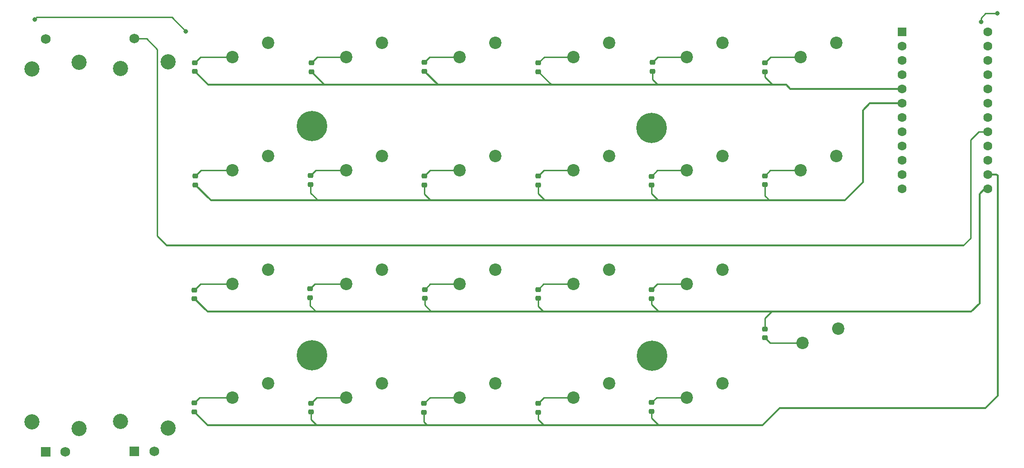
<source format=gbr>
%TF.GenerationSoftware,KiCad,Pcbnew,(7.0.0)*%
%TF.CreationDate,2024-11-11T13:13:16+03:00*%
%TF.ProjectId,04. Keyboard 6x4 Matrix,30342e20-4b65-4796-926f-617264203678,rev?*%
%TF.SameCoordinates,PX24bd848PY898b2e8*%
%TF.FileFunction,Copper,L2,Bot*%
%TF.FilePolarity,Positive*%
%FSLAX46Y46*%
G04 Gerber Fmt 4.6, Leading zero omitted, Abs format (unit mm)*
G04 Created by KiCad (PCBNEW (7.0.0)) date 2024-11-11 13:13:16*
%MOMM*%
%LPD*%
G01*
G04 APERTURE LIST*
G04 Aperture macros list*
%AMRoundRect*
0 Rectangle with rounded corners*
0 $1 Rounding radius*
0 $2 $3 $4 $5 $6 $7 $8 $9 X,Y pos of 4 corners*
0 Add a 4 corners polygon primitive as box body*
4,1,4,$2,$3,$4,$5,$6,$7,$8,$9,$2,$3,0*
0 Add four circle primitives for the rounded corners*
1,1,$1+$1,$2,$3*
1,1,$1+$1,$4,$5*
1,1,$1+$1,$6,$7*
1,1,$1+$1,$8,$9*
0 Add four rect primitives between the rounded corners*
20,1,$1+$1,$2,$3,$4,$5,0*
20,1,$1+$1,$4,$5,$6,$7,0*
20,1,$1+$1,$6,$7,$8,$9,0*
20,1,$1+$1,$8,$9,$2,$3,0*%
G04 Aperture macros list end*
%TA.AperFunction,ComponentPad*%
%ADD10C,2.200000*%
%TD*%
%TA.AperFunction,ComponentPad*%
%ADD11R,1.600000X1.600000*%
%TD*%
%TA.AperFunction,ComponentPad*%
%ADD12C,1.600000*%
%TD*%
%TA.AperFunction,ComponentPad*%
%ADD13C,0.800000*%
%TD*%
%TA.AperFunction,ComponentPad*%
%ADD14C,5.400000*%
%TD*%
%TA.AperFunction,ComponentPad*%
%ADD15R,1.750000X1.750000*%
%TD*%
%TA.AperFunction,ComponentPad*%
%ADD16C,1.750000*%
%TD*%
%TA.AperFunction,ComponentPad*%
%ADD17C,2.700000*%
%TD*%
%TA.AperFunction,SMDPad,CuDef*%
%ADD18RoundRect,0.218750X0.256250X-0.218750X0.256250X0.218750X-0.256250X0.218750X-0.256250X-0.218750X0*%
%TD*%
%TA.AperFunction,SMDPad,CuDef*%
%ADD19RoundRect,0.218750X-0.256250X0.218750X-0.256250X-0.218750X0.256250X-0.218750X0.256250X0.218750X0*%
%TD*%
%TA.AperFunction,ViaPad*%
%ADD20C,0.800000*%
%TD*%
%TA.AperFunction,Conductor*%
%ADD21C,0.250000*%
%TD*%
%TA.AperFunction,Conductor*%
%ADD22C,0.300000*%
%TD*%
G04 APERTURE END LIST*
D10*
%TO.P,SW17,1,1*%
%TO.N,COL5*%
X128535000Y75955000D03*
%TO.P,SW17,2,2*%
%TO.N,Net-(D9-A)*%
X122185000Y73415000D03*
%TD*%
%TO.P,SW14,1,1*%
%TO.N,COL4*%
X108335000Y55755000D03*
%TO.P,SW14,2,2*%
%TO.N,Net-(D7-A)*%
X101985000Y53215000D03*
%TD*%
D11*
%TO.P,U4,1,TX*%
%TO.N,RXD0*%
X160429999Y77874999D03*
D12*
%TO.P,U4,2,RX*%
%TO.N,TXD0*%
X160430000Y75335000D03*
%TO.P,U4,3,GND*%
%TO.N,GND*%
X160430000Y72795000D03*
%TO.P,U4,4,GND*%
X160430000Y70255000D03*
%TO.P,U4,5,SDA*%
%TO.N,ROW1*%
X160430000Y67715000D03*
%TO.P,U4,6,SCL*%
%TO.N,ROW2*%
X160430000Y65175000D03*
%TO.P,U4,7,D4*%
%TO.N,COL1*%
X160430000Y62635000D03*
%TO.P,U4,8,C6*%
%TO.N,COL2*%
X160430000Y60095000D03*
%TO.P,U4,9,D7*%
%TO.N,COL3*%
X160430000Y57555000D03*
%TO.P,U4,10,E6*%
%TO.N,COL4*%
X160430000Y55015000D03*
%TO.P,U4,11,B4*%
%TO.N,COL5*%
X160430000Y52475000D03*
%TO.P,U4,12,B5*%
%TO.N,COL6*%
X160430000Y49935000D03*
%TO.P,U4,13,B6*%
%TO.N,ROW3*%
X175670000Y49935000D03*
%TO.P,U4,14,B2*%
%TO.N,ROW4*%
X175670000Y52475000D03*
%TO.P,U4,15,B3*%
%TO.N,unconnected-(U4-B3-Pad15)*%
X175670000Y55015000D03*
%TO.P,U4,16,B1*%
%TO.N,unconnected-(U4-B1-Pad16)*%
X175670000Y57555000D03*
%TO.P,U4,17,F7*%
%TO.N,A0PT1*%
X175670000Y60095000D03*
%TO.P,U4,18,F6*%
%TO.N,A1PT2*%
X175670000Y62635000D03*
%TO.P,U4,19,F5*%
%TO.N,unconnected-(U4-F5-Pad19)*%
X175670000Y65175000D03*
%TO.P,U4,20,F4*%
%TO.N,unconnected-(U4-F4-Pad20)*%
X175670000Y67715000D03*
%TO.P,U4,21,VCC*%
%TO.N,5V*%
X175670000Y70255000D03*
%TO.P,U4,22,RST*%
%TO.N,unconnected-(U4-RST-Pad22)*%
X175670000Y72795000D03*
%TO.P,U4,23,GND*%
%TO.N,GND*%
X175670000Y75335000D03*
%TO.P,U4,24,RAW*%
%TO.N,unconnected-(U4-RAW-Pad24)*%
X175670000Y77875000D03*
%TD*%
D10*
%TO.P,SW12,1,1*%
%TO.N,COL3*%
X88135000Y15355000D03*
%TO.P,SW12,2,2*%
%TO.N,Net-(D21-A)*%
X81785000Y12815000D03*
%TD*%
%TO.P,SW15,1,1*%
%TO.N,COL4*%
X108335000Y35555000D03*
%TO.P,SW15,2,2*%
%TO.N,Net-(D15-A)*%
X101985000Y33015000D03*
%TD*%
%TO.P,SW1,1,1*%
%TO.N,COL1*%
X47735000Y75955000D03*
%TO.P,SW1,2,2*%
%TO.N,Net-(D1-A)*%
X41385000Y73415000D03*
%TD*%
%TO.P,SW4,1,1*%
%TO.N,COL1*%
X47735000Y15355000D03*
%TO.P,SW4,2,2*%
%TO.N,Net-(D19-A)*%
X41385000Y12815000D03*
%TD*%
D13*
%TO.P,H2,1,1*%
%TO.N,GND*%
X113900000Y60825000D03*
X114493109Y62256891D03*
X114493109Y59393109D03*
X115925000Y62850000D03*
D14*
X115925000Y60825000D03*
D13*
X115925000Y58800000D03*
X117356891Y62256891D03*
X117356891Y59393109D03*
X117950000Y60825000D03*
%TD*%
D10*
%TO.P,SW19,1,1*%
%TO.N,COL5*%
X128535000Y35555000D03*
%TO.P,SW19,2,2*%
%TO.N,Net-(D14-A)*%
X122185000Y33015000D03*
%TD*%
%TO.P,SW6,1,1*%
%TO.N,COL2*%
X67935000Y55755000D03*
%TO.P,SW6,2,2*%
%TO.N,Net-(D5-A)*%
X61585000Y53215000D03*
%TD*%
%TO.P,SW13,1,1*%
%TO.N,COL4*%
X108335000Y75955000D03*
%TO.P,SW13,2,2*%
%TO.N,Net-(D8-A)*%
X101985000Y73415000D03*
%TD*%
%TO.P,SW16,1,1*%
%TO.N,COL4*%
X108335000Y15355000D03*
%TO.P,SW16,2,2*%
%TO.N,Net-(D22-A)*%
X101985000Y12815000D03*
%TD*%
%TO.P,SW18,1,1*%
%TO.N,COL5*%
X128535000Y55755000D03*
%TO.P,SW18,2,2*%
%TO.N,Net-(D12-A)*%
X122185000Y53215000D03*
%TD*%
%TO.P,SW20,1,1*%
%TO.N,COL5*%
X128535000Y15355000D03*
%TO.P,SW20,2,2*%
%TO.N,Net-(D23-A)*%
X122185000Y12815000D03*
%TD*%
%TO.P,SW3,1,1*%
%TO.N,COL1*%
X47735000Y35555000D03*
%TO.P,SW3,2,2*%
%TO.N,Net-(D18-A)*%
X41385000Y33015000D03*
%TD*%
D13*
%TO.P,H3,1,1*%
%TO.N,GND*%
X113925000Y20225000D03*
X114518109Y21656891D03*
X114518109Y18793109D03*
X115950000Y22250000D03*
D14*
X115950000Y20225000D03*
D13*
X115950000Y18200000D03*
X117381891Y21656891D03*
X117381891Y18793109D03*
X117975000Y20225000D03*
%TD*%
D10*
%TO.P,SW5,1,1*%
%TO.N,COL2*%
X67935000Y75955000D03*
%TO.P,SW5,2,2*%
%TO.N,Net-(D2-A)*%
X61585000Y73415000D03*
%TD*%
%TO.P,SW11,1,1*%
%TO.N,COL3*%
X88135000Y35555000D03*
%TO.P,SW11,2,2*%
%TO.N,Net-(D16-A)*%
X81785000Y33015000D03*
%TD*%
D15*
%TO.P,R28,1*%
%TO.N,5V*%
X8199999Y3104999D03*
D16*
%TO.P,R28,2*%
%TO.N,GND*%
X11700000Y3105000D03*
%TO.P,R28,3*%
%TO.N,A1PT2*%
X8200000Y76605000D03*
D17*
%TO.P,R28,MP*%
%TO.N,N/C*%
X14150000Y7255000D03*
X5750000Y8455000D03*
X5750000Y71255000D03*
X14150000Y72455000D03*
%TD*%
D10*
%TO.P,SW21,1,1*%
%TO.N,COL6*%
X148735000Y75955000D03*
%TO.P,SW21,2,2*%
%TO.N,Net-(D10-A)*%
X142385000Y73415000D03*
%TD*%
%TO.P,SW8,1,1*%
%TO.N,COL2*%
X67935000Y15355000D03*
%TO.P,SW8,2,2*%
%TO.N,Net-(D20-A)*%
X61585000Y12815000D03*
%TD*%
D13*
%TO.P,H1,1,1*%
%TO.N,GND*%
X53475000Y61125000D03*
X54068109Y62556891D03*
X54068109Y59693109D03*
X55500000Y63150000D03*
D14*
X55500000Y61125000D03*
D13*
X55500000Y59100000D03*
X56931891Y62556891D03*
X56931891Y59693109D03*
X57525000Y61125000D03*
%TD*%
%TO.P,H4,1,1*%
%TO.N,GND*%
X53506891Y20306891D03*
X54100000Y21738782D03*
X54100000Y18875000D03*
X55531891Y22331891D03*
D14*
X55531891Y20306891D03*
D13*
X55531891Y18281891D03*
X56963782Y21738782D03*
X56963782Y18875000D03*
X57556891Y20306891D03*
%TD*%
D10*
%TO.P,SW2,1,1*%
%TO.N,COL1*%
X47735000Y55755000D03*
%TO.P,SW2,2,2*%
%TO.N,Net-(D4-A)*%
X41385000Y53215000D03*
%TD*%
%TO.P,SW10,1,1*%
%TO.N,COL3*%
X88135000Y55755000D03*
%TO.P,SW10,2,2*%
%TO.N,Net-(D6-A)*%
X81785000Y53215000D03*
%TD*%
%TO.P,SW9,1,1*%
%TO.N,COL3*%
X88135000Y75955000D03*
%TO.P,SW9,2,2*%
%TO.N,Net-(D3-A)*%
X81785000Y73415000D03*
%TD*%
%TO.P,SW7,1,1*%
%TO.N,COL2*%
X67935000Y35555000D03*
%TO.P,SW7,2,2*%
%TO.N,Net-(D17-A)*%
X61585000Y33015000D03*
%TD*%
%TO.P,SW23,1,1*%
%TO.N,COL6*%
X149115000Y25055000D03*
%TO.P,SW23,2,2*%
%TO.N,Net-(D13-A)*%
X142765000Y22515000D03*
%TD*%
D15*
%TO.P,R24,1*%
%TO.N,5V*%
X23974999Y3174999D03*
D16*
%TO.P,R24,2*%
%TO.N,GND*%
X27475000Y3175000D03*
%TO.P,R24,3*%
%TO.N,A0PT1*%
X23975000Y76675000D03*
D17*
%TO.P,R24,MP*%
%TO.N,N/C*%
X29925000Y7325000D03*
X21525000Y8525000D03*
X21525000Y71325000D03*
X29925000Y72525000D03*
%TD*%
D10*
%TO.P,SW22,1,1*%
%TO.N,COL6*%
X148735000Y55755000D03*
%TO.P,SW22,2,2*%
%TO.N,Net-(D11-A)*%
X142385000Y53215000D03*
%TD*%
D18*
%TO.P,D23,1,K*%
%TO.N,ROW4*%
X115900000Y10325000D03*
%TO.P,D23,2,A*%
%TO.N,Net-(D23-A)*%
X115900000Y11900000D03*
%TD*%
%TO.P,D10,1,K*%
%TO.N,ROW1*%
X136025000Y70775000D03*
%TO.P,D10,2,A*%
%TO.N,Net-(D10-A)*%
X136025000Y72350000D03*
%TD*%
%TO.P,D5,1,K*%
%TO.N,ROW2*%
X55275000Y50700000D03*
%TO.P,D5,2,A*%
%TO.N,Net-(D5-A)*%
X55275000Y52275000D03*
%TD*%
%TO.P,D14,1,K*%
%TO.N,ROW3*%
X115850000Y30400000D03*
%TO.P,D14,2,A*%
%TO.N,Net-(D14-A)*%
X115850000Y31975000D03*
%TD*%
%TO.P,D22,1,K*%
%TO.N,ROW4*%
X95725000Y10175000D03*
%TO.P,D22,2,A*%
%TO.N,Net-(D22-A)*%
X95725000Y11750000D03*
%TD*%
%TO.P,D21,1,K*%
%TO.N,ROW4*%
X75400000Y10150000D03*
%TO.P,D21,2,A*%
%TO.N,Net-(D21-A)*%
X75400000Y11725000D03*
%TD*%
%TO.P,D8,1,K*%
%TO.N,ROW1*%
X95775000Y70800000D03*
%TO.P,D8,2,A*%
%TO.N,Net-(D8-A)*%
X95775000Y72375000D03*
%TD*%
%TO.P,D17,1,K*%
%TO.N,ROW3*%
X55175000Y30550000D03*
%TO.P,D17,2,A*%
%TO.N,Net-(D17-A)*%
X55175000Y32125000D03*
%TD*%
%TO.P,D19,1,K*%
%TO.N,ROW4*%
X34575000Y10250000D03*
%TO.P,D19,2,A*%
%TO.N,Net-(D19-A)*%
X34575000Y11825000D03*
%TD*%
%TO.P,D11,1,K*%
%TO.N,ROW2*%
X136025000Y50675000D03*
%TO.P,D11,2,A*%
%TO.N,Net-(D11-A)*%
X136025000Y52250000D03*
%TD*%
%TO.P,D3,1,K*%
%TO.N,ROW1*%
X75500000Y70900000D03*
%TO.P,D3,2,A*%
%TO.N,Net-(D3-A)*%
X75500000Y72475000D03*
%TD*%
%TO.P,D16,1,K*%
%TO.N,ROW3*%
X75550000Y30450000D03*
%TO.P,D16,2,A*%
%TO.N,Net-(D16-A)*%
X75550000Y32025000D03*
%TD*%
%TO.P,D20,1,K*%
%TO.N,ROW4*%
X55375000Y10225000D03*
%TO.P,D20,2,A*%
%TO.N,Net-(D20-A)*%
X55375000Y11800000D03*
%TD*%
%TO.P,D2,1,K*%
%TO.N,ROW1*%
X55400000Y70800000D03*
%TO.P,D2,2,A*%
%TO.N,Net-(D2-A)*%
X55400000Y72375000D03*
%TD*%
%TO.P,D18,1,K*%
%TO.N,ROW3*%
X34650000Y30375000D03*
%TO.P,D18,2,A*%
%TO.N,Net-(D18-A)*%
X34650000Y31950000D03*
%TD*%
%TO.P,D4,1,K*%
%TO.N,ROW2*%
X34775000Y50650000D03*
%TO.P,D4,2,A*%
%TO.N,Net-(D4-A)*%
X34775000Y52225000D03*
%TD*%
%TO.P,D12,1,K*%
%TO.N,ROW2*%
X115850000Y50600000D03*
%TO.P,D12,2,A*%
%TO.N,Net-(D12-A)*%
X115850000Y52175000D03*
%TD*%
%TO.P,D15,1,K*%
%TO.N,ROW3*%
X95700000Y30450000D03*
%TO.P,D15,2,A*%
%TO.N,Net-(D15-A)*%
X95700000Y32025000D03*
%TD*%
%TO.P,D1,1,K*%
%TO.N,ROW1*%
X34725000Y70825000D03*
%TO.P,D1,2,A*%
%TO.N,Net-(D1-A)*%
X34725000Y72400000D03*
%TD*%
%TO.P,D7,1,K*%
%TO.N,ROW2*%
X95725000Y50625000D03*
%TO.P,D7,2,A*%
%TO.N,Net-(D7-A)*%
X95725000Y52200000D03*
%TD*%
%TO.P,D6,1,K*%
%TO.N,ROW2*%
X75500000Y50650000D03*
%TO.P,D6,2,A*%
%TO.N,Net-(D6-A)*%
X75500000Y52225000D03*
%TD*%
%TO.P,D9,1,K*%
%TO.N,ROW1*%
X116025000Y70850000D03*
%TO.P,D9,2,A*%
%TO.N,Net-(D9-A)*%
X116025000Y72425000D03*
%TD*%
D19*
%TO.P,D13,1,K*%
%TO.N,ROW3*%
X136075000Y25000000D03*
%TO.P,D13,2,A*%
%TO.N,Net-(D13-A)*%
X136075000Y23425000D03*
%TD*%
D20*
%TO.N,GND*%
X177350000Y81150000D03*
X6275000Y80125000D03*
X33100000Y77975000D03*
X174450000Y79675000D03*
%TD*%
D21*
%TO.N,Net-(D1-A)*%
X35740000Y73415000D02*
X41385000Y73415000D01*
X34725000Y72400000D02*
X35740000Y73415000D01*
D22*
X41385000Y73415000D02*
X42025000Y72775000D01*
D21*
%TO.N,Net-(D2-A)*%
X55400000Y72375000D02*
X56440000Y73415000D01*
X56440000Y73415000D02*
X61585000Y73415000D01*
%TO.N,Net-(D3-A)*%
X76440000Y73415000D02*
X81785000Y73415000D01*
X75500000Y72475000D02*
X76440000Y73415000D01*
%TO.N,Net-(D4-A)*%
X35765000Y53215000D02*
X41385000Y53215000D01*
X34775000Y52225000D02*
X35765000Y53215000D01*
%TO.N,ROW1*%
X98100000Y68475000D02*
X99125000Y68475000D01*
D22*
X77925000Y68475000D02*
X83475000Y68475000D01*
D21*
X95775000Y70800000D02*
X98100000Y68475000D01*
D22*
X137425000Y68450000D02*
X137400000Y68475000D01*
D21*
X116025000Y70850000D02*
X116025000Y69425000D01*
D22*
X139825000Y68450000D02*
X137425000Y68450000D01*
X116975000Y68475000D02*
X99125000Y68475000D01*
D21*
X116025000Y69425000D02*
X116975000Y68475000D01*
D22*
X55400000Y70800000D02*
X57725000Y68475000D01*
X160430000Y67715000D02*
X140560000Y67715000D01*
X140560000Y67715000D02*
X139825000Y68450000D01*
X99125000Y68475000D02*
X37075000Y68475000D01*
D21*
X136025000Y70775000D02*
X136025000Y69850000D01*
D22*
X75500000Y70900000D02*
X77925000Y68475000D01*
X137400000Y68475000D02*
X116975000Y68475000D01*
X37075000Y68475000D02*
X34725000Y70825000D01*
X57725000Y68475000D02*
X63550000Y68475000D01*
D21*
X136025000Y69850000D02*
X137400000Y68475000D01*
D22*
%TO.N,ROW2*%
X116925000Y47875000D02*
X117100000Y47875000D01*
D21*
X136025000Y50675000D02*
X136025000Y48700000D01*
D22*
X154700000Y65150000D02*
X160405000Y65150000D01*
D21*
X115850000Y50600000D02*
X115850000Y49125000D01*
D22*
X76600000Y47875000D02*
X96925000Y47875000D01*
D21*
X115850000Y49125000D02*
X117100000Y47875000D01*
D22*
X153475000Y51107233D02*
X153475000Y63925000D01*
X136850000Y47875000D02*
X150242767Y47875000D01*
D21*
X55275000Y50700000D02*
X55275000Y49200000D01*
D22*
X56875000Y47875000D02*
X76600000Y47875000D01*
D21*
X75500000Y50650000D02*
X75500000Y48975000D01*
D22*
X56600000Y47875000D02*
X56875000Y47875000D01*
D21*
X55275000Y49200000D02*
X56600000Y47875000D01*
X136025000Y48700000D02*
X136850000Y47875000D01*
D22*
X37550000Y47875000D02*
X34775000Y50650000D01*
D21*
X95725000Y50625000D02*
X95725000Y49075000D01*
X75500000Y48975000D02*
X76600000Y47875000D01*
X95725000Y49075000D02*
X96925000Y47875000D01*
D22*
X117100000Y47875000D02*
X136850000Y47875000D01*
X150242767Y47875000D02*
X153475000Y51107233D01*
X160405000Y65150000D02*
X160430000Y65175000D01*
X153475000Y63925000D02*
X154700000Y65150000D01*
X56875000Y47875000D02*
X37550000Y47875000D01*
X96925000Y47875000D02*
X116925000Y47875000D01*
%TO.N,ROW3*%
X175110000Y49935000D02*
X174200000Y49025000D01*
D21*
X55175000Y29150000D02*
X56250000Y28075000D01*
X95700000Y30450000D02*
X95700000Y29050000D01*
X136075000Y25000000D02*
X136075000Y26950000D01*
X75550000Y29250000D02*
X76725000Y28075000D01*
X115850000Y30400000D02*
X115850000Y29400000D01*
D22*
X137200000Y28075000D02*
X117175000Y28075000D01*
X117175000Y28075000D02*
X96675000Y28075000D01*
D21*
X55175000Y30550000D02*
X55175000Y29150000D01*
X75550000Y30450000D02*
X75550000Y29250000D01*
D22*
X174200000Y49025000D02*
X174200000Y29575000D01*
X56250000Y28075000D02*
X36950000Y28075000D01*
X138025000Y28075000D02*
X137200000Y28075000D01*
X36950000Y28075000D02*
X34650000Y30375000D01*
D21*
X115850000Y29400000D02*
X117175000Y28075000D01*
D22*
X175670000Y49935000D02*
X175110000Y49935000D01*
D21*
X95700000Y29050000D02*
X96675000Y28075000D01*
D22*
X172700000Y28075000D02*
X138025000Y28075000D01*
X96675000Y28075000D02*
X76725000Y28075000D01*
D21*
X136075000Y26950000D02*
X137200000Y28075000D01*
D22*
X76725000Y28075000D02*
X56250000Y28075000D01*
X174200000Y29575000D02*
X172700000Y28075000D01*
D21*
%TO.N,ROW4*%
X115900000Y9150000D02*
X117175000Y7875000D01*
D22*
X117175000Y7875000D02*
X135650000Y7875000D01*
D21*
X115900000Y10325000D02*
X115900000Y9150000D01*
D22*
X56400000Y7875000D02*
X75975000Y7875000D01*
X138700000Y10925000D02*
X175200000Y10925000D01*
D21*
X95725000Y10175000D02*
X95725000Y8900000D01*
D22*
X177400000Y13125000D02*
X177400000Y52275000D01*
D21*
X55375000Y8900000D02*
X56400000Y7875000D01*
X55375000Y10225000D02*
X55375000Y8900000D01*
D22*
X34575000Y10250000D02*
X36950000Y7875000D01*
X135650000Y7875000D02*
X138700000Y10925000D01*
X96750000Y7875000D02*
X117175000Y7875000D01*
D21*
X75400000Y10150000D02*
X75400000Y8450000D01*
D22*
X175200000Y10925000D02*
X177400000Y13125000D01*
X177200000Y52475000D02*
X175670000Y52475000D01*
D21*
X95725000Y8900000D02*
X96750000Y7875000D01*
D22*
X177400000Y52275000D02*
X177200000Y52475000D01*
X36950000Y7875000D02*
X56400000Y7875000D01*
X75975000Y7875000D02*
X96750000Y7875000D01*
D21*
X75400000Y8450000D02*
X75975000Y7875000D01*
%TO.N,A0PT1*%
X174070000Y60095000D02*
X172600000Y58625000D01*
D22*
X171300000Y39875000D02*
X29725000Y39875000D01*
D21*
X28025000Y74775000D02*
X26125000Y76675000D01*
X172600000Y58625000D02*
X172600000Y41175000D01*
X175670000Y60095000D02*
X174070000Y60095000D01*
X28025000Y41575000D02*
X28025000Y74775000D01*
X29725000Y39875000D02*
X28025000Y41575000D01*
X26125000Y76675000D02*
X23975000Y76675000D01*
X172600000Y41175000D02*
X171300000Y39875000D01*
%TO.N,GND*%
X30600000Y80475000D02*
X6625000Y80475000D01*
X33100000Y77975000D02*
X30600000Y80475000D01*
X174450000Y79675000D02*
X174450000Y80325000D01*
X175275000Y81150000D02*
X177350000Y81150000D01*
X174450000Y80325000D02*
X175275000Y81150000D01*
X6625000Y80475000D02*
X6275000Y80125000D01*
%TO.N,Net-(D5-A)*%
X56215000Y53215000D02*
X61110000Y53215000D01*
X55275000Y52275000D02*
X56215000Y53215000D01*
%TO.N,Net-(D6-A)*%
X76490000Y53215000D02*
X81785000Y53215000D01*
X75500000Y52225000D02*
X76490000Y53215000D01*
%TO.N,Net-(D7-A)*%
X96740000Y53215000D02*
X101985000Y53215000D01*
X95725000Y52200000D02*
X96740000Y53215000D01*
%TO.N,Net-(D8-A)*%
X96815000Y73415000D02*
X101510000Y73415000D01*
X95775000Y72375000D02*
X96815000Y73415000D01*
%TO.N,Net-(D9-A)*%
X116025000Y72425000D02*
X117015000Y73415000D01*
X117015000Y73415000D02*
X122185000Y73415000D01*
%TO.N,Net-(D10-A)*%
X136025000Y72350000D02*
X137090000Y73415000D01*
X137090000Y73415000D02*
X142385000Y73415000D01*
%TO.N,Net-(D11-A)*%
X136990000Y53215000D02*
X142385000Y53215000D01*
X136025000Y52250000D02*
X136990000Y53215000D01*
%TO.N,Net-(D12-A)*%
X116890000Y53215000D02*
X122185000Y53215000D01*
X115850000Y52175000D02*
X116890000Y53215000D01*
%TO.N,Net-(D13-A)*%
X136075000Y23425000D02*
X136985000Y22515000D01*
X136985000Y22515000D02*
X142765000Y22515000D01*
%TO.N,Net-(D14-A)*%
X116890000Y33015000D02*
X122185000Y33015000D01*
X115850000Y31975000D02*
X116890000Y33015000D01*
%TO.N,Net-(D15-A)*%
X95700000Y32025000D02*
X96690000Y33015000D01*
X96690000Y33015000D02*
X101510000Y33015000D01*
%TO.N,Net-(D16-A)*%
X75550000Y32025000D02*
X76540000Y33015000D01*
X76540000Y33015000D02*
X81785000Y33015000D01*
%TO.N,Net-(D17-A)*%
X55175000Y32125000D02*
X56065000Y33015000D01*
X56065000Y33015000D02*
X61585000Y33015000D01*
%TO.N,Net-(D18-A)*%
X34650000Y31950000D02*
X35715000Y33015000D01*
X35715000Y33015000D02*
X41385000Y33015000D01*
%TO.N,Net-(D19-A)*%
X34575000Y11825000D02*
X35565000Y12815000D01*
X35565000Y12815000D02*
X41385000Y12815000D01*
%TO.N,Net-(D20-A)*%
X56390000Y12815000D02*
X61585000Y12815000D01*
X55375000Y11800000D02*
X56390000Y12815000D01*
%TO.N,Net-(D21-A)*%
X76490000Y12815000D02*
X81785000Y12815000D01*
X75400000Y11725000D02*
X76490000Y12815000D01*
%TO.N,Net-(D22-A)*%
X95725000Y11750000D02*
X96790000Y12815000D01*
X96790000Y12815000D02*
X101985000Y12815000D01*
%TO.N,Net-(D23-A)*%
X115900000Y11900000D02*
X116815000Y12815000D01*
X116815000Y12815000D02*
X121710000Y12815000D01*
%TD*%
M02*

</source>
